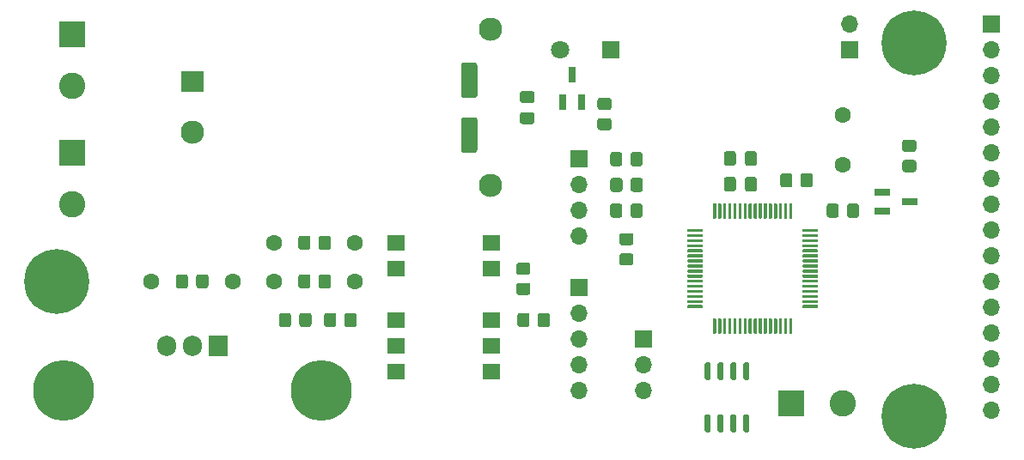
<source format=gbr>
%TF.GenerationSoftware,KiCad,Pcbnew,(5.1.9)-1*%
%TF.CreationDate,2021-12-16T02:45:32+03:00*%
%TF.ProjectId,pcb-heater,7063622d-6865-4617-9465-722e6b696361,rev?*%
%TF.SameCoordinates,Original*%
%TF.FileFunction,Soldermask,Bot*%
%TF.FilePolarity,Negative*%
%FSLAX46Y46*%
G04 Gerber Fmt 4.6, Leading zero omitted, Abs format (unit mm)*
G04 Created by KiCad (PCBNEW (5.1.9)-1) date 2021-12-16 02:45:32*
%MOMM*%
%LPD*%
G01*
G04 APERTURE LIST*
%ADD10C,0.800000*%
%ADD11C,6.400000*%
%ADD12C,1.600000*%
%ADD13C,6.000000*%
%ADD14R,1.700000X1.500000*%
%ADD15O,1.905000X2.000000*%
%ADD16R,1.905000X2.000000*%
%ADD17R,1.560000X0.800000*%
%ADD18R,0.800000X1.560000*%
%ADD19C,2.300000*%
%ADD20R,2.300000X2.000000*%
%ADD21O,1.700000X1.700000*%
%ADD22R,1.700000X1.700000*%
%ADD23C,2.600000*%
%ADD24R,2.600000X2.600000*%
%ADD25C,1.800000*%
%ADD26R,1.800000X1.800000*%
G04 APERTURE END LIST*
%TO.C,U2*%
G36*
G01*
X116990000Y-114505000D02*
X116690000Y-114505000D01*
G75*
G02*
X116540000Y-114355000I0J150000D01*
G01*
X116540000Y-112905000D01*
G75*
G02*
X116690000Y-112755000I150000J0D01*
G01*
X116990000Y-112755000D01*
G75*
G02*
X117140000Y-112905000I0J-150000D01*
G01*
X117140000Y-114355000D01*
G75*
G02*
X116990000Y-114505000I-150000J0D01*
G01*
G37*
G36*
G01*
X115720000Y-114505000D02*
X115420000Y-114505000D01*
G75*
G02*
X115270000Y-114355000I0J150000D01*
G01*
X115270000Y-112905000D01*
G75*
G02*
X115420000Y-112755000I150000J0D01*
G01*
X115720000Y-112755000D01*
G75*
G02*
X115870000Y-112905000I0J-150000D01*
G01*
X115870000Y-114355000D01*
G75*
G02*
X115720000Y-114505000I-150000J0D01*
G01*
G37*
G36*
G01*
X114450000Y-114505000D02*
X114150000Y-114505000D01*
G75*
G02*
X114000000Y-114355000I0J150000D01*
G01*
X114000000Y-112905000D01*
G75*
G02*
X114150000Y-112755000I150000J0D01*
G01*
X114450000Y-112755000D01*
G75*
G02*
X114600000Y-112905000I0J-150000D01*
G01*
X114600000Y-114355000D01*
G75*
G02*
X114450000Y-114505000I-150000J0D01*
G01*
G37*
G36*
G01*
X113180000Y-114505000D02*
X112880000Y-114505000D01*
G75*
G02*
X112730000Y-114355000I0J150000D01*
G01*
X112730000Y-112905000D01*
G75*
G02*
X112880000Y-112755000I150000J0D01*
G01*
X113180000Y-112755000D01*
G75*
G02*
X113330000Y-112905000I0J-150000D01*
G01*
X113330000Y-114355000D01*
G75*
G02*
X113180000Y-114505000I-150000J0D01*
G01*
G37*
G36*
G01*
X113180000Y-119655000D02*
X112880000Y-119655000D01*
G75*
G02*
X112730000Y-119505000I0J150000D01*
G01*
X112730000Y-118055000D01*
G75*
G02*
X112880000Y-117905000I150000J0D01*
G01*
X113180000Y-117905000D01*
G75*
G02*
X113330000Y-118055000I0J-150000D01*
G01*
X113330000Y-119505000D01*
G75*
G02*
X113180000Y-119655000I-150000J0D01*
G01*
G37*
G36*
G01*
X114450000Y-119655000D02*
X114150000Y-119655000D01*
G75*
G02*
X114000000Y-119505000I0J150000D01*
G01*
X114000000Y-118055000D01*
G75*
G02*
X114150000Y-117905000I150000J0D01*
G01*
X114450000Y-117905000D01*
G75*
G02*
X114600000Y-118055000I0J-150000D01*
G01*
X114600000Y-119505000D01*
G75*
G02*
X114450000Y-119655000I-150000J0D01*
G01*
G37*
G36*
G01*
X115720000Y-119655000D02*
X115420000Y-119655000D01*
G75*
G02*
X115270000Y-119505000I0J150000D01*
G01*
X115270000Y-118055000D01*
G75*
G02*
X115420000Y-117905000I150000J0D01*
G01*
X115720000Y-117905000D01*
G75*
G02*
X115870000Y-118055000I0J-150000D01*
G01*
X115870000Y-119505000D01*
G75*
G02*
X115720000Y-119655000I-150000J0D01*
G01*
G37*
G36*
G01*
X116990000Y-119655000D02*
X116690000Y-119655000D01*
G75*
G02*
X116540000Y-119505000I0J150000D01*
G01*
X116540000Y-118055000D01*
G75*
G02*
X116690000Y-117905000I150000J0D01*
G01*
X116990000Y-117905000D01*
G75*
G02*
X117140000Y-118055000I0J-150000D01*
G01*
X117140000Y-119505000D01*
G75*
G02*
X116990000Y-119655000I-150000J0D01*
G01*
G37*
%TD*%
D10*
%TO.C,H3*%
X135047056Y-79582944D03*
X133350000Y-78880000D03*
X131652944Y-79582944D03*
X130950000Y-81280000D03*
X131652944Y-82977056D03*
X133350000Y-83680000D03*
X135047056Y-82977056D03*
X135750000Y-81280000D03*
D11*
X133350000Y-81280000D03*
%TD*%
D10*
%TO.C,H2*%
X135047056Y-116412944D03*
X133350000Y-115710000D03*
X131652944Y-116412944D03*
X130950000Y-118110000D03*
X131652944Y-119807056D03*
X133350000Y-120510000D03*
X135047056Y-119807056D03*
X135750000Y-118110000D03*
D11*
X133350000Y-118110000D03*
%TD*%
D10*
%TO.C,H1*%
X50592056Y-103077944D03*
X48895000Y-102375000D03*
X47197944Y-103077944D03*
X46495000Y-104775000D03*
X47197944Y-106472056D03*
X48895000Y-107175000D03*
X50592056Y-106472056D03*
X51295000Y-104775000D03*
D11*
X48895000Y-104775000D03*
%TD*%
D12*
%TO.C,R16*%
X58230000Y-104775000D03*
X66230000Y-104775000D03*
G36*
G01*
X61830000Y-104324999D02*
X61830000Y-105225001D01*
G75*
G02*
X61580001Y-105475000I-249999J0D01*
G01*
X60879999Y-105475000D01*
G75*
G02*
X60630000Y-105225001I0J249999D01*
G01*
X60630000Y-104324999D01*
G75*
G02*
X60879999Y-104075000I249999J0D01*
G01*
X61580001Y-104075000D01*
G75*
G02*
X61830000Y-104324999I0J-249999D01*
G01*
G37*
G36*
G01*
X63830000Y-104324999D02*
X63830000Y-105225001D01*
G75*
G02*
X63580001Y-105475000I-249999J0D01*
G01*
X62879999Y-105475000D01*
G75*
G02*
X62630000Y-105225001I0J249999D01*
G01*
X62630000Y-104324999D01*
G75*
G02*
X62879999Y-104075000I249999J0D01*
G01*
X63580001Y-104075000D01*
G75*
G02*
X63830000Y-104324999I0J-249999D01*
G01*
G37*
%TD*%
D13*
%TO.C,HS1*%
X74930000Y-115570000D03*
X49530000Y-115570000D03*
%TD*%
D12*
%TO.C,Y1*%
X126365000Y-93255000D03*
X126365000Y-88355000D03*
%TD*%
D14*
%TO.C,U4*%
X82295000Y-113665000D03*
X91695000Y-113665000D03*
X82295000Y-108585000D03*
X82295000Y-111125000D03*
X91695000Y-111125000D03*
X91695000Y-108585000D03*
%TD*%
%TO.C,U3*%
X91695000Y-103505000D03*
X91695000Y-100965000D03*
X82295000Y-100965000D03*
X82295000Y-103505000D03*
%TD*%
%TO.C,U1*%
G36*
G01*
X111100000Y-99605000D02*
X112500000Y-99605000D01*
G75*
G02*
X112575000Y-99680000I0J-75000D01*
G01*
X112575000Y-99830000D01*
G75*
G02*
X112500000Y-99905000I-75000J0D01*
G01*
X111100000Y-99905000D01*
G75*
G02*
X111025000Y-99830000I0J75000D01*
G01*
X111025000Y-99680000D01*
G75*
G02*
X111100000Y-99605000I75000J0D01*
G01*
G37*
G36*
G01*
X111100000Y-100105000D02*
X112500000Y-100105000D01*
G75*
G02*
X112575000Y-100180000I0J-75000D01*
G01*
X112575000Y-100330000D01*
G75*
G02*
X112500000Y-100405000I-75000J0D01*
G01*
X111100000Y-100405000D01*
G75*
G02*
X111025000Y-100330000I0J75000D01*
G01*
X111025000Y-100180000D01*
G75*
G02*
X111100000Y-100105000I75000J0D01*
G01*
G37*
G36*
G01*
X111100000Y-100605000D02*
X112500000Y-100605000D01*
G75*
G02*
X112575000Y-100680000I0J-75000D01*
G01*
X112575000Y-100830000D01*
G75*
G02*
X112500000Y-100905000I-75000J0D01*
G01*
X111100000Y-100905000D01*
G75*
G02*
X111025000Y-100830000I0J75000D01*
G01*
X111025000Y-100680000D01*
G75*
G02*
X111100000Y-100605000I75000J0D01*
G01*
G37*
G36*
G01*
X111100000Y-101105000D02*
X112500000Y-101105000D01*
G75*
G02*
X112575000Y-101180000I0J-75000D01*
G01*
X112575000Y-101330000D01*
G75*
G02*
X112500000Y-101405000I-75000J0D01*
G01*
X111100000Y-101405000D01*
G75*
G02*
X111025000Y-101330000I0J75000D01*
G01*
X111025000Y-101180000D01*
G75*
G02*
X111100000Y-101105000I75000J0D01*
G01*
G37*
G36*
G01*
X111100000Y-101605000D02*
X112500000Y-101605000D01*
G75*
G02*
X112575000Y-101680000I0J-75000D01*
G01*
X112575000Y-101830000D01*
G75*
G02*
X112500000Y-101905000I-75000J0D01*
G01*
X111100000Y-101905000D01*
G75*
G02*
X111025000Y-101830000I0J75000D01*
G01*
X111025000Y-101680000D01*
G75*
G02*
X111100000Y-101605000I75000J0D01*
G01*
G37*
G36*
G01*
X111100000Y-102105000D02*
X112500000Y-102105000D01*
G75*
G02*
X112575000Y-102180000I0J-75000D01*
G01*
X112575000Y-102330000D01*
G75*
G02*
X112500000Y-102405000I-75000J0D01*
G01*
X111100000Y-102405000D01*
G75*
G02*
X111025000Y-102330000I0J75000D01*
G01*
X111025000Y-102180000D01*
G75*
G02*
X111100000Y-102105000I75000J0D01*
G01*
G37*
G36*
G01*
X111100000Y-102605000D02*
X112500000Y-102605000D01*
G75*
G02*
X112575000Y-102680000I0J-75000D01*
G01*
X112575000Y-102830000D01*
G75*
G02*
X112500000Y-102905000I-75000J0D01*
G01*
X111100000Y-102905000D01*
G75*
G02*
X111025000Y-102830000I0J75000D01*
G01*
X111025000Y-102680000D01*
G75*
G02*
X111100000Y-102605000I75000J0D01*
G01*
G37*
G36*
G01*
X111100000Y-103105000D02*
X112500000Y-103105000D01*
G75*
G02*
X112575000Y-103180000I0J-75000D01*
G01*
X112575000Y-103330000D01*
G75*
G02*
X112500000Y-103405000I-75000J0D01*
G01*
X111100000Y-103405000D01*
G75*
G02*
X111025000Y-103330000I0J75000D01*
G01*
X111025000Y-103180000D01*
G75*
G02*
X111100000Y-103105000I75000J0D01*
G01*
G37*
G36*
G01*
X111100000Y-103605000D02*
X112500000Y-103605000D01*
G75*
G02*
X112575000Y-103680000I0J-75000D01*
G01*
X112575000Y-103830000D01*
G75*
G02*
X112500000Y-103905000I-75000J0D01*
G01*
X111100000Y-103905000D01*
G75*
G02*
X111025000Y-103830000I0J75000D01*
G01*
X111025000Y-103680000D01*
G75*
G02*
X111100000Y-103605000I75000J0D01*
G01*
G37*
G36*
G01*
X111100000Y-104105000D02*
X112500000Y-104105000D01*
G75*
G02*
X112575000Y-104180000I0J-75000D01*
G01*
X112575000Y-104330000D01*
G75*
G02*
X112500000Y-104405000I-75000J0D01*
G01*
X111100000Y-104405000D01*
G75*
G02*
X111025000Y-104330000I0J75000D01*
G01*
X111025000Y-104180000D01*
G75*
G02*
X111100000Y-104105000I75000J0D01*
G01*
G37*
G36*
G01*
X111100000Y-104605000D02*
X112500000Y-104605000D01*
G75*
G02*
X112575000Y-104680000I0J-75000D01*
G01*
X112575000Y-104830000D01*
G75*
G02*
X112500000Y-104905000I-75000J0D01*
G01*
X111100000Y-104905000D01*
G75*
G02*
X111025000Y-104830000I0J75000D01*
G01*
X111025000Y-104680000D01*
G75*
G02*
X111100000Y-104605000I75000J0D01*
G01*
G37*
G36*
G01*
X111100000Y-105105000D02*
X112500000Y-105105000D01*
G75*
G02*
X112575000Y-105180000I0J-75000D01*
G01*
X112575000Y-105330000D01*
G75*
G02*
X112500000Y-105405000I-75000J0D01*
G01*
X111100000Y-105405000D01*
G75*
G02*
X111025000Y-105330000I0J75000D01*
G01*
X111025000Y-105180000D01*
G75*
G02*
X111100000Y-105105000I75000J0D01*
G01*
G37*
G36*
G01*
X111100000Y-105605000D02*
X112500000Y-105605000D01*
G75*
G02*
X112575000Y-105680000I0J-75000D01*
G01*
X112575000Y-105830000D01*
G75*
G02*
X112500000Y-105905000I-75000J0D01*
G01*
X111100000Y-105905000D01*
G75*
G02*
X111025000Y-105830000I0J75000D01*
G01*
X111025000Y-105680000D01*
G75*
G02*
X111100000Y-105605000I75000J0D01*
G01*
G37*
G36*
G01*
X111100000Y-106105000D02*
X112500000Y-106105000D01*
G75*
G02*
X112575000Y-106180000I0J-75000D01*
G01*
X112575000Y-106330000D01*
G75*
G02*
X112500000Y-106405000I-75000J0D01*
G01*
X111100000Y-106405000D01*
G75*
G02*
X111025000Y-106330000I0J75000D01*
G01*
X111025000Y-106180000D01*
G75*
G02*
X111100000Y-106105000I75000J0D01*
G01*
G37*
G36*
G01*
X111100000Y-106605000D02*
X112500000Y-106605000D01*
G75*
G02*
X112575000Y-106680000I0J-75000D01*
G01*
X112575000Y-106830000D01*
G75*
G02*
X112500000Y-106905000I-75000J0D01*
G01*
X111100000Y-106905000D01*
G75*
G02*
X111025000Y-106830000I0J75000D01*
G01*
X111025000Y-106680000D01*
G75*
G02*
X111100000Y-106605000I75000J0D01*
G01*
G37*
G36*
G01*
X111100000Y-107105000D02*
X112500000Y-107105000D01*
G75*
G02*
X112575000Y-107180000I0J-75000D01*
G01*
X112575000Y-107330000D01*
G75*
G02*
X112500000Y-107405000I-75000J0D01*
G01*
X111100000Y-107405000D01*
G75*
G02*
X111025000Y-107330000I0J75000D01*
G01*
X111025000Y-107180000D01*
G75*
G02*
X111100000Y-107105000I75000J0D01*
G01*
G37*
G36*
G01*
X113650000Y-108405000D02*
X113800000Y-108405000D01*
G75*
G02*
X113875000Y-108480000I0J-75000D01*
G01*
X113875000Y-109880000D01*
G75*
G02*
X113800000Y-109955000I-75000J0D01*
G01*
X113650000Y-109955000D01*
G75*
G02*
X113575000Y-109880000I0J75000D01*
G01*
X113575000Y-108480000D01*
G75*
G02*
X113650000Y-108405000I75000J0D01*
G01*
G37*
G36*
G01*
X114150000Y-108405000D02*
X114300000Y-108405000D01*
G75*
G02*
X114375000Y-108480000I0J-75000D01*
G01*
X114375000Y-109880000D01*
G75*
G02*
X114300000Y-109955000I-75000J0D01*
G01*
X114150000Y-109955000D01*
G75*
G02*
X114075000Y-109880000I0J75000D01*
G01*
X114075000Y-108480000D01*
G75*
G02*
X114150000Y-108405000I75000J0D01*
G01*
G37*
G36*
G01*
X114650000Y-108405000D02*
X114800000Y-108405000D01*
G75*
G02*
X114875000Y-108480000I0J-75000D01*
G01*
X114875000Y-109880000D01*
G75*
G02*
X114800000Y-109955000I-75000J0D01*
G01*
X114650000Y-109955000D01*
G75*
G02*
X114575000Y-109880000I0J75000D01*
G01*
X114575000Y-108480000D01*
G75*
G02*
X114650000Y-108405000I75000J0D01*
G01*
G37*
G36*
G01*
X115150000Y-108405000D02*
X115300000Y-108405000D01*
G75*
G02*
X115375000Y-108480000I0J-75000D01*
G01*
X115375000Y-109880000D01*
G75*
G02*
X115300000Y-109955000I-75000J0D01*
G01*
X115150000Y-109955000D01*
G75*
G02*
X115075000Y-109880000I0J75000D01*
G01*
X115075000Y-108480000D01*
G75*
G02*
X115150000Y-108405000I75000J0D01*
G01*
G37*
G36*
G01*
X115650000Y-108405000D02*
X115800000Y-108405000D01*
G75*
G02*
X115875000Y-108480000I0J-75000D01*
G01*
X115875000Y-109880000D01*
G75*
G02*
X115800000Y-109955000I-75000J0D01*
G01*
X115650000Y-109955000D01*
G75*
G02*
X115575000Y-109880000I0J75000D01*
G01*
X115575000Y-108480000D01*
G75*
G02*
X115650000Y-108405000I75000J0D01*
G01*
G37*
G36*
G01*
X116150000Y-108405000D02*
X116300000Y-108405000D01*
G75*
G02*
X116375000Y-108480000I0J-75000D01*
G01*
X116375000Y-109880000D01*
G75*
G02*
X116300000Y-109955000I-75000J0D01*
G01*
X116150000Y-109955000D01*
G75*
G02*
X116075000Y-109880000I0J75000D01*
G01*
X116075000Y-108480000D01*
G75*
G02*
X116150000Y-108405000I75000J0D01*
G01*
G37*
G36*
G01*
X116650000Y-108405000D02*
X116800000Y-108405000D01*
G75*
G02*
X116875000Y-108480000I0J-75000D01*
G01*
X116875000Y-109880000D01*
G75*
G02*
X116800000Y-109955000I-75000J0D01*
G01*
X116650000Y-109955000D01*
G75*
G02*
X116575000Y-109880000I0J75000D01*
G01*
X116575000Y-108480000D01*
G75*
G02*
X116650000Y-108405000I75000J0D01*
G01*
G37*
G36*
G01*
X117150000Y-108405000D02*
X117300000Y-108405000D01*
G75*
G02*
X117375000Y-108480000I0J-75000D01*
G01*
X117375000Y-109880000D01*
G75*
G02*
X117300000Y-109955000I-75000J0D01*
G01*
X117150000Y-109955000D01*
G75*
G02*
X117075000Y-109880000I0J75000D01*
G01*
X117075000Y-108480000D01*
G75*
G02*
X117150000Y-108405000I75000J0D01*
G01*
G37*
G36*
G01*
X117650000Y-108405000D02*
X117800000Y-108405000D01*
G75*
G02*
X117875000Y-108480000I0J-75000D01*
G01*
X117875000Y-109880000D01*
G75*
G02*
X117800000Y-109955000I-75000J0D01*
G01*
X117650000Y-109955000D01*
G75*
G02*
X117575000Y-109880000I0J75000D01*
G01*
X117575000Y-108480000D01*
G75*
G02*
X117650000Y-108405000I75000J0D01*
G01*
G37*
G36*
G01*
X118150000Y-108405000D02*
X118300000Y-108405000D01*
G75*
G02*
X118375000Y-108480000I0J-75000D01*
G01*
X118375000Y-109880000D01*
G75*
G02*
X118300000Y-109955000I-75000J0D01*
G01*
X118150000Y-109955000D01*
G75*
G02*
X118075000Y-109880000I0J75000D01*
G01*
X118075000Y-108480000D01*
G75*
G02*
X118150000Y-108405000I75000J0D01*
G01*
G37*
G36*
G01*
X118650000Y-108405000D02*
X118800000Y-108405000D01*
G75*
G02*
X118875000Y-108480000I0J-75000D01*
G01*
X118875000Y-109880000D01*
G75*
G02*
X118800000Y-109955000I-75000J0D01*
G01*
X118650000Y-109955000D01*
G75*
G02*
X118575000Y-109880000I0J75000D01*
G01*
X118575000Y-108480000D01*
G75*
G02*
X118650000Y-108405000I75000J0D01*
G01*
G37*
G36*
G01*
X119150000Y-108405000D02*
X119300000Y-108405000D01*
G75*
G02*
X119375000Y-108480000I0J-75000D01*
G01*
X119375000Y-109880000D01*
G75*
G02*
X119300000Y-109955000I-75000J0D01*
G01*
X119150000Y-109955000D01*
G75*
G02*
X119075000Y-109880000I0J75000D01*
G01*
X119075000Y-108480000D01*
G75*
G02*
X119150000Y-108405000I75000J0D01*
G01*
G37*
G36*
G01*
X119650000Y-108405000D02*
X119800000Y-108405000D01*
G75*
G02*
X119875000Y-108480000I0J-75000D01*
G01*
X119875000Y-109880000D01*
G75*
G02*
X119800000Y-109955000I-75000J0D01*
G01*
X119650000Y-109955000D01*
G75*
G02*
X119575000Y-109880000I0J75000D01*
G01*
X119575000Y-108480000D01*
G75*
G02*
X119650000Y-108405000I75000J0D01*
G01*
G37*
G36*
G01*
X120150000Y-108405000D02*
X120300000Y-108405000D01*
G75*
G02*
X120375000Y-108480000I0J-75000D01*
G01*
X120375000Y-109880000D01*
G75*
G02*
X120300000Y-109955000I-75000J0D01*
G01*
X120150000Y-109955000D01*
G75*
G02*
X120075000Y-109880000I0J75000D01*
G01*
X120075000Y-108480000D01*
G75*
G02*
X120150000Y-108405000I75000J0D01*
G01*
G37*
G36*
G01*
X120650000Y-108405000D02*
X120800000Y-108405000D01*
G75*
G02*
X120875000Y-108480000I0J-75000D01*
G01*
X120875000Y-109880000D01*
G75*
G02*
X120800000Y-109955000I-75000J0D01*
G01*
X120650000Y-109955000D01*
G75*
G02*
X120575000Y-109880000I0J75000D01*
G01*
X120575000Y-108480000D01*
G75*
G02*
X120650000Y-108405000I75000J0D01*
G01*
G37*
G36*
G01*
X121150000Y-108405000D02*
X121300000Y-108405000D01*
G75*
G02*
X121375000Y-108480000I0J-75000D01*
G01*
X121375000Y-109880000D01*
G75*
G02*
X121300000Y-109955000I-75000J0D01*
G01*
X121150000Y-109955000D01*
G75*
G02*
X121075000Y-109880000I0J75000D01*
G01*
X121075000Y-108480000D01*
G75*
G02*
X121150000Y-108405000I75000J0D01*
G01*
G37*
G36*
G01*
X122450000Y-107105000D02*
X123850000Y-107105000D01*
G75*
G02*
X123925000Y-107180000I0J-75000D01*
G01*
X123925000Y-107330000D01*
G75*
G02*
X123850000Y-107405000I-75000J0D01*
G01*
X122450000Y-107405000D01*
G75*
G02*
X122375000Y-107330000I0J75000D01*
G01*
X122375000Y-107180000D01*
G75*
G02*
X122450000Y-107105000I75000J0D01*
G01*
G37*
G36*
G01*
X122450000Y-106605000D02*
X123850000Y-106605000D01*
G75*
G02*
X123925000Y-106680000I0J-75000D01*
G01*
X123925000Y-106830000D01*
G75*
G02*
X123850000Y-106905000I-75000J0D01*
G01*
X122450000Y-106905000D01*
G75*
G02*
X122375000Y-106830000I0J75000D01*
G01*
X122375000Y-106680000D01*
G75*
G02*
X122450000Y-106605000I75000J0D01*
G01*
G37*
G36*
G01*
X122450000Y-106105000D02*
X123850000Y-106105000D01*
G75*
G02*
X123925000Y-106180000I0J-75000D01*
G01*
X123925000Y-106330000D01*
G75*
G02*
X123850000Y-106405000I-75000J0D01*
G01*
X122450000Y-106405000D01*
G75*
G02*
X122375000Y-106330000I0J75000D01*
G01*
X122375000Y-106180000D01*
G75*
G02*
X122450000Y-106105000I75000J0D01*
G01*
G37*
G36*
G01*
X122450000Y-105605000D02*
X123850000Y-105605000D01*
G75*
G02*
X123925000Y-105680000I0J-75000D01*
G01*
X123925000Y-105830000D01*
G75*
G02*
X123850000Y-105905000I-75000J0D01*
G01*
X122450000Y-105905000D01*
G75*
G02*
X122375000Y-105830000I0J75000D01*
G01*
X122375000Y-105680000D01*
G75*
G02*
X122450000Y-105605000I75000J0D01*
G01*
G37*
G36*
G01*
X122450000Y-105105000D02*
X123850000Y-105105000D01*
G75*
G02*
X123925000Y-105180000I0J-75000D01*
G01*
X123925000Y-105330000D01*
G75*
G02*
X123850000Y-105405000I-75000J0D01*
G01*
X122450000Y-105405000D01*
G75*
G02*
X122375000Y-105330000I0J75000D01*
G01*
X122375000Y-105180000D01*
G75*
G02*
X122450000Y-105105000I75000J0D01*
G01*
G37*
G36*
G01*
X122450000Y-104605000D02*
X123850000Y-104605000D01*
G75*
G02*
X123925000Y-104680000I0J-75000D01*
G01*
X123925000Y-104830000D01*
G75*
G02*
X123850000Y-104905000I-75000J0D01*
G01*
X122450000Y-104905000D01*
G75*
G02*
X122375000Y-104830000I0J75000D01*
G01*
X122375000Y-104680000D01*
G75*
G02*
X122450000Y-104605000I75000J0D01*
G01*
G37*
G36*
G01*
X122450000Y-104105000D02*
X123850000Y-104105000D01*
G75*
G02*
X123925000Y-104180000I0J-75000D01*
G01*
X123925000Y-104330000D01*
G75*
G02*
X123850000Y-104405000I-75000J0D01*
G01*
X122450000Y-104405000D01*
G75*
G02*
X122375000Y-104330000I0J75000D01*
G01*
X122375000Y-104180000D01*
G75*
G02*
X122450000Y-104105000I75000J0D01*
G01*
G37*
G36*
G01*
X122450000Y-103605000D02*
X123850000Y-103605000D01*
G75*
G02*
X123925000Y-103680000I0J-75000D01*
G01*
X123925000Y-103830000D01*
G75*
G02*
X123850000Y-103905000I-75000J0D01*
G01*
X122450000Y-103905000D01*
G75*
G02*
X122375000Y-103830000I0J75000D01*
G01*
X122375000Y-103680000D01*
G75*
G02*
X122450000Y-103605000I75000J0D01*
G01*
G37*
G36*
G01*
X122450000Y-103105000D02*
X123850000Y-103105000D01*
G75*
G02*
X123925000Y-103180000I0J-75000D01*
G01*
X123925000Y-103330000D01*
G75*
G02*
X123850000Y-103405000I-75000J0D01*
G01*
X122450000Y-103405000D01*
G75*
G02*
X122375000Y-103330000I0J75000D01*
G01*
X122375000Y-103180000D01*
G75*
G02*
X122450000Y-103105000I75000J0D01*
G01*
G37*
G36*
G01*
X122450000Y-102605000D02*
X123850000Y-102605000D01*
G75*
G02*
X123925000Y-102680000I0J-75000D01*
G01*
X123925000Y-102830000D01*
G75*
G02*
X123850000Y-102905000I-75000J0D01*
G01*
X122450000Y-102905000D01*
G75*
G02*
X122375000Y-102830000I0J75000D01*
G01*
X122375000Y-102680000D01*
G75*
G02*
X122450000Y-102605000I75000J0D01*
G01*
G37*
G36*
G01*
X122450000Y-102105000D02*
X123850000Y-102105000D01*
G75*
G02*
X123925000Y-102180000I0J-75000D01*
G01*
X123925000Y-102330000D01*
G75*
G02*
X123850000Y-102405000I-75000J0D01*
G01*
X122450000Y-102405000D01*
G75*
G02*
X122375000Y-102330000I0J75000D01*
G01*
X122375000Y-102180000D01*
G75*
G02*
X122450000Y-102105000I75000J0D01*
G01*
G37*
G36*
G01*
X122450000Y-101605000D02*
X123850000Y-101605000D01*
G75*
G02*
X123925000Y-101680000I0J-75000D01*
G01*
X123925000Y-101830000D01*
G75*
G02*
X123850000Y-101905000I-75000J0D01*
G01*
X122450000Y-101905000D01*
G75*
G02*
X122375000Y-101830000I0J75000D01*
G01*
X122375000Y-101680000D01*
G75*
G02*
X122450000Y-101605000I75000J0D01*
G01*
G37*
G36*
G01*
X122450000Y-101105000D02*
X123850000Y-101105000D01*
G75*
G02*
X123925000Y-101180000I0J-75000D01*
G01*
X123925000Y-101330000D01*
G75*
G02*
X123850000Y-101405000I-75000J0D01*
G01*
X122450000Y-101405000D01*
G75*
G02*
X122375000Y-101330000I0J75000D01*
G01*
X122375000Y-101180000D01*
G75*
G02*
X122450000Y-101105000I75000J0D01*
G01*
G37*
G36*
G01*
X122450000Y-100605000D02*
X123850000Y-100605000D01*
G75*
G02*
X123925000Y-100680000I0J-75000D01*
G01*
X123925000Y-100830000D01*
G75*
G02*
X123850000Y-100905000I-75000J0D01*
G01*
X122450000Y-100905000D01*
G75*
G02*
X122375000Y-100830000I0J75000D01*
G01*
X122375000Y-100680000D01*
G75*
G02*
X122450000Y-100605000I75000J0D01*
G01*
G37*
G36*
G01*
X122450000Y-100105000D02*
X123850000Y-100105000D01*
G75*
G02*
X123925000Y-100180000I0J-75000D01*
G01*
X123925000Y-100330000D01*
G75*
G02*
X123850000Y-100405000I-75000J0D01*
G01*
X122450000Y-100405000D01*
G75*
G02*
X122375000Y-100330000I0J75000D01*
G01*
X122375000Y-100180000D01*
G75*
G02*
X122450000Y-100105000I75000J0D01*
G01*
G37*
G36*
G01*
X122450000Y-99605000D02*
X123850000Y-99605000D01*
G75*
G02*
X123925000Y-99680000I0J-75000D01*
G01*
X123925000Y-99830000D01*
G75*
G02*
X123850000Y-99905000I-75000J0D01*
G01*
X122450000Y-99905000D01*
G75*
G02*
X122375000Y-99830000I0J75000D01*
G01*
X122375000Y-99680000D01*
G75*
G02*
X122450000Y-99605000I75000J0D01*
G01*
G37*
G36*
G01*
X121150000Y-97055000D02*
X121300000Y-97055000D01*
G75*
G02*
X121375000Y-97130000I0J-75000D01*
G01*
X121375000Y-98530000D01*
G75*
G02*
X121300000Y-98605000I-75000J0D01*
G01*
X121150000Y-98605000D01*
G75*
G02*
X121075000Y-98530000I0J75000D01*
G01*
X121075000Y-97130000D01*
G75*
G02*
X121150000Y-97055000I75000J0D01*
G01*
G37*
G36*
G01*
X120650000Y-97055000D02*
X120800000Y-97055000D01*
G75*
G02*
X120875000Y-97130000I0J-75000D01*
G01*
X120875000Y-98530000D01*
G75*
G02*
X120800000Y-98605000I-75000J0D01*
G01*
X120650000Y-98605000D01*
G75*
G02*
X120575000Y-98530000I0J75000D01*
G01*
X120575000Y-97130000D01*
G75*
G02*
X120650000Y-97055000I75000J0D01*
G01*
G37*
G36*
G01*
X120150000Y-97055000D02*
X120300000Y-97055000D01*
G75*
G02*
X120375000Y-97130000I0J-75000D01*
G01*
X120375000Y-98530000D01*
G75*
G02*
X120300000Y-98605000I-75000J0D01*
G01*
X120150000Y-98605000D01*
G75*
G02*
X120075000Y-98530000I0J75000D01*
G01*
X120075000Y-97130000D01*
G75*
G02*
X120150000Y-97055000I75000J0D01*
G01*
G37*
G36*
G01*
X119650000Y-97055000D02*
X119800000Y-97055000D01*
G75*
G02*
X119875000Y-97130000I0J-75000D01*
G01*
X119875000Y-98530000D01*
G75*
G02*
X119800000Y-98605000I-75000J0D01*
G01*
X119650000Y-98605000D01*
G75*
G02*
X119575000Y-98530000I0J75000D01*
G01*
X119575000Y-97130000D01*
G75*
G02*
X119650000Y-97055000I75000J0D01*
G01*
G37*
G36*
G01*
X119150000Y-97055000D02*
X119300000Y-97055000D01*
G75*
G02*
X119375000Y-97130000I0J-75000D01*
G01*
X119375000Y-98530000D01*
G75*
G02*
X119300000Y-98605000I-75000J0D01*
G01*
X119150000Y-98605000D01*
G75*
G02*
X119075000Y-98530000I0J75000D01*
G01*
X119075000Y-97130000D01*
G75*
G02*
X119150000Y-97055000I75000J0D01*
G01*
G37*
G36*
G01*
X118650000Y-97055000D02*
X118800000Y-97055000D01*
G75*
G02*
X118875000Y-97130000I0J-75000D01*
G01*
X118875000Y-98530000D01*
G75*
G02*
X118800000Y-98605000I-75000J0D01*
G01*
X118650000Y-98605000D01*
G75*
G02*
X118575000Y-98530000I0J75000D01*
G01*
X118575000Y-97130000D01*
G75*
G02*
X118650000Y-97055000I75000J0D01*
G01*
G37*
G36*
G01*
X118150000Y-97055000D02*
X118300000Y-97055000D01*
G75*
G02*
X118375000Y-97130000I0J-75000D01*
G01*
X118375000Y-98530000D01*
G75*
G02*
X118300000Y-98605000I-75000J0D01*
G01*
X118150000Y-98605000D01*
G75*
G02*
X118075000Y-98530000I0J75000D01*
G01*
X118075000Y-97130000D01*
G75*
G02*
X118150000Y-97055000I75000J0D01*
G01*
G37*
G36*
G01*
X117650000Y-97055000D02*
X117800000Y-97055000D01*
G75*
G02*
X117875000Y-97130000I0J-75000D01*
G01*
X117875000Y-98530000D01*
G75*
G02*
X117800000Y-98605000I-75000J0D01*
G01*
X117650000Y-98605000D01*
G75*
G02*
X117575000Y-98530000I0J75000D01*
G01*
X117575000Y-97130000D01*
G75*
G02*
X117650000Y-97055000I75000J0D01*
G01*
G37*
G36*
G01*
X117150000Y-97055000D02*
X117300000Y-97055000D01*
G75*
G02*
X117375000Y-97130000I0J-75000D01*
G01*
X117375000Y-98530000D01*
G75*
G02*
X117300000Y-98605000I-75000J0D01*
G01*
X117150000Y-98605000D01*
G75*
G02*
X117075000Y-98530000I0J75000D01*
G01*
X117075000Y-97130000D01*
G75*
G02*
X117150000Y-97055000I75000J0D01*
G01*
G37*
G36*
G01*
X116650000Y-97055000D02*
X116800000Y-97055000D01*
G75*
G02*
X116875000Y-97130000I0J-75000D01*
G01*
X116875000Y-98530000D01*
G75*
G02*
X116800000Y-98605000I-75000J0D01*
G01*
X116650000Y-98605000D01*
G75*
G02*
X116575000Y-98530000I0J75000D01*
G01*
X116575000Y-97130000D01*
G75*
G02*
X116650000Y-97055000I75000J0D01*
G01*
G37*
G36*
G01*
X116150000Y-97055000D02*
X116300000Y-97055000D01*
G75*
G02*
X116375000Y-97130000I0J-75000D01*
G01*
X116375000Y-98530000D01*
G75*
G02*
X116300000Y-98605000I-75000J0D01*
G01*
X116150000Y-98605000D01*
G75*
G02*
X116075000Y-98530000I0J75000D01*
G01*
X116075000Y-97130000D01*
G75*
G02*
X116150000Y-97055000I75000J0D01*
G01*
G37*
G36*
G01*
X115650000Y-97055000D02*
X115800000Y-97055000D01*
G75*
G02*
X115875000Y-97130000I0J-75000D01*
G01*
X115875000Y-98530000D01*
G75*
G02*
X115800000Y-98605000I-75000J0D01*
G01*
X115650000Y-98605000D01*
G75*
G02*
X115575000Y-98530000I0J75000D01*
G01*
X115575000Y-97130000D01*
G75*
G02*
X115650000Y-97055000I75000J0D01*
G01*
G37*
G36*
G01*
X115150000Y-97055000D02*
X115300000Y-97055000D01*
G75*
G02*
X115375000Y-97130000I0J-75000D01*
G01*
X115375000Y-98530000D01*
G75*
G02*
X115300000Y-98605000I-75000J0D01*
G01*
X115150000Y-98605000D01*
G75*
G02*
X115075000Y-98530000I0J75000D01*
G01*
X115075000Y-97130000D01*
G75*
G02*
X115150000Y-97055000I75000J0D01*
G01*
G37*
G36*
G01*
X114650000Y-97055000D02*
X114800000Y-97055000D01*
G75*
G02*
X114875000Y-97130000I0J-75000D01*
G01*
X114875000Y-98530000D01*
G75*
G02*
X114800000Y-98605000I-75000J0D01*
G01*
X114650000Y-98605000D01*
G75*
G02*
X114575000Y-98530000I0J75000D01*
G01*
X114575000Y-97130000D01*
G75*
G02*
X114650000Y-97055000I75000J0D01*
G01*
G37*
G36*
G01*
X114150000Y-97055000D02*
X114300000Y-97055000D01*
G75*
G02*
X114375000Y-97130000I0J-75000D01*
G01*
X114375000Y-98530000D01*
G75*
G02*
X114300000Y-98605000I-75000J0D01*
G01*
X114150000Y-98605000D01*
G75*
G02*
X114075000Y-98530000I0J75000D01*
G01*
X114075000Y-97130000D01*
G75*
G02*
X114150000Y-97055000I75000J0D01*
G01*
G37*
G36*
G01*
X113650000Y-97055000D02*
X113800000Y-97055000D01*
G75*
G02*
X113875000Y-97130000I0J-75000D01*
G01*
X113875000Y-98530000D01*
G75*
G02*
X113800000Y-98605000I-75000J0D01*
G01*
X113650000Y-98605000D01*
G75*
G02*
X113575000Y-98530000I0J75000D01*
G01*
X113575000Y-97130000D01*
G75*
G02*
X113650000Y-97055000I75000J0D01*
G01*
G37*
%TD*%
%TO.C,R15*%
G36*
G01*
X72790000Y-109035001D02*
X72790000Y-108134999D01*
G75*
G02*
X73039999Y-107885000I249999J0D01*
G01*
X73740001Y-107885000D01*
G75*
G02*
X73990000Y-108134999I0J-249999D01*
G01*
X73990000Y-109035001D01*
G75*
G02*
X73740001Y-109285000I-249999J0D01*
G01*
X73039999Y-109285000D01*
G75*
G02*
X72790000Y-109035001I0J249999D01*
G01*
G37*
G36*
G01*
X70790000Y-109035001D02*
X70790000Y-108134999D01*
G75*
G02*
X71039999Y-107885000I249999J0D01*
G01*
X71740001Y-107885000D01*
G75*
G02*
X71990000Y-108134999I0J-249999D01*
G01*
X71990000Y-109035001D01*
G75*
G02*
X71740001Y-109285000I-249999J0D01*
G01*
X71039999Y-109285000D01*
G75*
G02*
X70790000Y-109035001I0J249999D01*
G01*
G37*
%TD*%
%TO.C,R14*%
G36*
G01*
X95319001Y-104121000D02*
X94418999Y-104121000D01*
G75*
G02*
X94169000Y-103871001I0J249999D01*
G01*
X94169000Y-103170999D01*
G75*
G02*
X94418999Y-102921000I249999J0D01*
G01*
X95319001Y-102921000D01*
G75*
G02*
X95569000Y-103170999I0J-249999D01*
G01*
X95569000Y-103871001D01*
G75*
G02*
X95319001Y-104121000I-249999J0D01*
G01*
G37*
G36*
G01*
X95319001Y-106121000D02*
X94418999Y-106121000D01*
G75*
G02*
X94169000Y-105871001I0J249999D01*
G01*
X94169000Y-105170999D01*
G75*
G02*
X94418999Y-104921000I249999J0D01*
G01*
X95319001Y-104921000D01*
G75*
G02*
X95569000Y-105170999I0J-249999D01*
G01*
X95569000Y-105871001D01*
G75*
G02*
X95319001Y-106121000I-249999J0D01*
G01*
G37*
%TD*%
%TO.C,R13*%
G36*
G01*
X77235000Y-109035001D02*
X77235000Y-108134999D01*
G75*
G02*
X77484999Y-107885000I249999J0D01*
G01*
X78185001Y-107885000D01*
G75*
G02*
X78435000Y-108134999I0J-249999D01*
G01*
X78435000Y-109035001D01*
G75*
G02*
X78185001Y-109285000I-249999J0D01*
G01*
X77484999Y-109285000D01*
G75*
G02*
X77235000Y-109035001I0J249999D01*
G01*
G37*
G36*
G01*
X75235000Y-109035001D02*
X75235000Y-108134999D01*
G75*
G02*
X75484999Y-107885000I249999J0D01*
G01*
X76185001Y-107885000D01*
G75*
G02*
X76435000Y-108134999I0J-249999D01*
G01*
X76435000Y-109035001D01*
G75*
G02*
X76185001Y-109285000I-249999J0D01*
G01*
X75484999Y-109285000D01*
G75*
G02*
X75235000Y-109035001I0J249999D01*
G01*
G37*
%TD*%
%TO.C,R12*%
G36*
G01*
X105423000Y-98240001D02*
X105423000Y-97339999D01*
G75*
G02*
X105672999Y-97090000I249999J0D01*
G01*
X106373001Y-97090000D01*
G75*
G02*
X106623000Y-97339999I0J-249999D01*
G01*
X106623000Y-98240001D01*
G75*
G02*
X106373001Y-98490000I-249999J0D01*
G01*
X105672999Y-98490000D01*
G75*
G02*
X105423000Y-98240001I0J249999D01*
G01*
G37*
G36*
G01*
X103423000Y-98240001D02*
X103423000Y-97339999D01*
G75*
G02*
X103672999Y-97090000I249999J0D01*
G01*
X104373001Y-97090000D01*
G75*
G02*
X104623000Y-97339999I0J-249999D01*
G01*
X104623000Y-98240001D01*
G75*
G02*
X104373001Y-98490000I-249999J0D01*
G01*
X103672999Y-98490000D01*
G75*
G02*
X103423000Y-98240001I0J249999D01*
G01*
G37*
%TD*%
%TO.C,R11*%
G36*
G01*
X105445000Y-95700001D02*
X105445000Y-94799999D01*
G75*
G02*
X105694999Y-94550000I249999J0D01*
G01*
X106395001Y-94550000D01*
G75*
G02*
X106645000Y-94799999I0J-249999D01*
G01*
X106645000Y-95700001D01*
G75*
G02*
X106395001Y-95950000I-249999J0D01*
G01*
X105694999Y-95950000D01*
G75*
G02*
X105445000Y-95700001I0J249999D01*
G01*
G37*
G36*
G01*
X103445000Y-95700001D02*
X103445000Y-94799999D01*
G75*
G02*
X103694999Y-94550000I249999J0D01*
G01*
X104395001Y-94550000D01*
G75*
G02*
X104645000Y-94799999I0J-249999D01*
G01*
X104645000Y-95700001D01*
G75*
G02*
X104395001Y-95950000I-249999J0D01*
G01*
X103694999Y-95950000D01*
G75*
G02*
X103445000Y-95700001I0J249999D01*
G01*
G37*
%TD*%
%TO.C,R10*%
G36*
G01*
X105479001Y-101200000D02*
X104578999Y-101200000D01*
G75*
G02*
X104329000Y-100950001I0J249999D01*
G01*
X104329000Y-100249999D01*
G75*
G02*
X104578999Y-100000000I249999J0D01*
G01*
X105479001Y-100000000D01*
G75*
G02*
X105729000Y-100249999I0J-249999D01*
G01*
X105729000Y-100950001D01*
G75*
G02*
X105479001Y-101200000I-249999J0D01*
G01*
G37*
G36*
G01*
X105479001Y-103200000D02*
X104578999Y-103200000D01*
G75*
G02*
X104329000Y-102950001I0J249999D01*
G01*
X104329000Y-102249999D01*
G75*
G02*
X104578999Y-102000000I249999J0D01*
G01*
X105479001Y-102000000D01*
G75*
G02*
X105729000Y-102249999I0J-249999D01*
G01*
X105729000Y-102950001D01*
G75*
G02*
X105479001Y-103200000I-249999J0D01*
G01*
G37*
%TD*%
%TO.C,R9*%
G36*
G01*
X105429000Y-93160001D02*
X105429000Y-92259999D01*
G75*
G02*
X105678999Y-92010000I249999J0D01*
G01*
X106379001Y-92010000D01*
G75*
G02*
X106629000Y-92259999I0J-249999D01*
G01*
X106629000Y-93160001D01*
G75*
G02*
X106379001Y-93410000I-249999J0D01*
G01*
X105678999Y-93410000D01*
G75*
G02*
X105429000Y-93160001I0J249999D01*
G01*
G37*
G36*
G01*
X103429000Y-93160001D02*
X103429000Y-92259999D01*
G75*
G02*
X103678999Y-92010000I249999J0D01*
G01*
X104379001Y-92010000D01*
G75*
G02*
X104629000Y-92259999I0J-249999D01*
G01*
X104629000Y-93160001D01*
G75*
G02*
X104379001Y-93410000I-249999J0D01*
G01*
X103678999Y-93410000D01*
G75*
G02*
X103429000Y-93160001I0J249999D01*
G01*
G37*
%TD*%
%TO.C,R8*%
G36*
G01*
X96285000Y-109035001D02*
X96285000Y-108134999D01*
G75*
G02*
X96534999Y-107885000I249999J0D01*
G01*
X97235001Y-107885000D01*
G75*
G02*
X97485000Y-108134999I0J-249999D01*
G01*
X97485000Y-109035001D01*
G75*
G02*
X97235001Y-109285000I-249999J0D01*
G01*
X96534999Y-109285000D01*
G75*
G02*
X96285000Y-109035001I0J249999D01*
G01*
G37*
G36*
G01*
X94285000Y-109035001D02*
X94285000Y-108134999D01*
G75*
G02*
X94534999Y-107885000I249999J0D01*
G01*
X95235001Y-107885000D01*
G75*
G02*
X95485000Y-108134999I0J-249999D01*
G01*
X95485000Y-109035001D01*
G75*
G02*
X95235001Y-109285000I-249999J0D01*
G01*
X94534999Y-109285000D01*
G75*
G02*
X94285000Y-109035001I0J249999D01*
G01*
G37*
%TD*%
D12*
%TO.C,R7*%
X70295000Y-100965000D03*
X78295000Y-100965000D03*
G36*
G01*
X73895000Y-100514999D02*
X73895000Y-101415001D01*
G75*
G02*
X73645001Y-101665000I-249999J0D01*
G01*
X72944999Y-101665000D01*
G75*
G02*
X72695000Y-101415001I0J249999D01*
G01*
X72695000Y-100514999D01*
G75*
G02*
X72944999Y-100265000I249999J0D01*
G01*
X73645001Y-100265000D01*
G75*
G02*
X73895000Y-100514999I0J-249999D01*
G01*
G37*
G36*
G01*
X75895000Y-100514999D02*
X75895000Y-101415001D01*
G75*
G02*
X75645001Y-101665000I-249999J0D01*
G01*
X74944999Y-101665000D01*
G75*
G02*
X74695000Y-101415001I0J249999D01*
G01*
X74695000Y-100514999D01*
G75*
G02*
X74944999Y-100265000I249999J0D01*
G01*
X75645001Y-100265000D01*
G75*
G02*
X75895000Y-100514999I0J-249999D01*
G01*
G37*
%TD*%
%TO.C,R6*%
X70295000Y-104775000D03*
X78295000Y-104775000D03*
G36*
G01*
X73895000Y-104324999D02*
X73895000Y-105225001D01*
G75*
G02*
X73645001Y-105475000I-249999J0D01*
G01*
X72944999Y-105475000D01*
G75*
G02*
X72695000Y-105225001I0J249999D01*
G01*
X72695000Y-104324999D01*
G75*
G02*
X72944999Y-104075000I249999J0D01*
G01*
X73645001Y-104075000D01*
G75*
G02*
X73895000Y-104324999I0J-249999D01*
G01*
G37*
G36*
G01*
X75895000Y-104324999D02*
X75895000Y-105225001D01*
G75*
G02*
X75645001Y-105475000I-249999J0D01*
G01*
X74944999Y-105475000D01*
G75*
G02*
X74695000Y-105225001I0J249999D01*
G01*
X74695000Y-104324999D01*
G75*
G02*
X74944999Y-104075000I249999J0D01*
G01*
X75645001Y-104075000D01*
G75*
G02*
X75895000Y-104324999I0J-249999D01*
G01*
G37*
%TD*%
%TO.C,R5*%
G36*
G01*
X122193000Y-95255501D02*
X122193000Y-94355499D01*
G75*
G02*
X122442999Y-94105500I249999J0D01*
G01*
X123143001Y-94105500D01*
G75*
G02*
X123393000Y-94355499I0J-249999D01*
G01*
X123393000Y-95255501D01*
G75*
G02*
X123143001Y-95505500I-249999J0D01*
G01*
X122442999Y-95505500D01*
G75*
G02*
X122193000Y-95255501I0J249999D01*
G01*
G37*
G36*
G01*
X120193000Y-95255501D02*
X120193000Y-94355499D01*
G75*
G02*
X120442999Y-94105500I249999J0D01*
G01*
X121143001Y-94105500D01*
G75*
G02*
X121393000Y-94355499I0J-249999D01*
G01*
X121393000Y-95255501D01*
G75*
G02*
X121143001Y-95505500I-249999J0D01*
G01*
X120442999Y-95505500D01*
G75*
G02*
X120193000Y-95255501I0J249999D01*
G01*
G37*
%TD*%
%TO.C,R4*%
G36*
G01*
X132455499Y-92792500D02*
X133355501Y-92792500D01*
G75*
G02*
X133605500Y-93042499I0J-249999D01*
G01*
X133605500Y-93742501D01*
G75*
G02*
X133355501Y-93992500I-249999J0D01*
G01*
X132455499Y-93992500D01*
G75*
G02*
X132205500Y-93742501I0J249999D01*
G01*
X132205500Y-93042499D01*
G75*
G02*
X132455499Y-92792500I249999J0D01*
G01*
G37*
G36*
G01*
X132455499Y-90792500D02*
X133355501Y-90792500D01*
G75*
G02*
X133605500Y-91042499I0J-249999D01*
G01*
X133605500Y-91742501D01*
G75*
G02*
X133355501Y-91992500I-249999J0D01*
G01*
X132455499Y-91992500D01*
G75*
G02*
X132205500Y-91742501I0J249999D01*
G01*
X132205500Y-91042499D01*
G75*
G02*
X132455499Y-90792500I249999J0D01*
G01*
G37*
%TD*%
%TO.C,R3*%
G36*
G01*
X125965000Y-97339999D02*
X125965000Y-98240001D01*
G75*
G02*
X125715001Y-98490000I-249999J0D01*
G01*
X125014999Y-98490000D01*
G75*
G02*
X124765000Y-98240001I0J249999D01*
G01*
X124765000Y-97339999D01*
G75*
G02*
X125014999Y-97090000I249999J0D01*
G01*
X125715001Y-97090000D01*
G75*
G02*
X125965000Y-97339999I0J-249999D01*
G01*
G37*
G36*
G01*
X127965000Y-97339999D02*
X127965000Y-98240001D01*
G75*
G02*
X127715001Y-98490000I-249999J0D01*
G01*
X127014999Y-98490000D01*
G75*
G02*
X126765000Y-98240001I0J249999D01*
G01*
X126765000Y-97339999D01*
G75*
G02*
X127014999Y-97090000I249999J0D01*
G01*
X127715001Y-97090000D01*
G75*
G02*
X127965000Y-97339999I0J-249999D01*
G01*
G37*
%TD*%
%TO.C,R1*%
G36*
G01*
X102419999Y-88665000D02*
X103320001Y-88665000D01*
G75*
G02*
X103570000Y-88914999I0J-249999D01*
G01*
X103570000Y-89615001D01*
G75*
G02*
X103320001Y-89865000I-249999J0D01*
G01*
X102419999Y-89865000D01*
G75*
G02*
X102170000Y-89615001I0J249999D01*
G01*
X102170000Y-88914999D01*
G75*
G02*
X102419999Y-88665000I249999J0D01*
G01*
G37*
G36*
G01*
X102419999Y-86665000D02*
X103320001Y-86665000D01*
G75*
G02*
X103570000Y-86914999I0J-249999D01*
G01*
X103570000Y-87615001D01*
G75*
G02*
X103320001Y-87865000I-249999J0D01*
G01*
X102419999Y-87865000D01*
G75*
G02*
X102170000Y-87615001I0J249999D01*
G01*
X102170000Y-86914999D01*
G75*
G02*
X102419999Y-86665000I249999J0D01*
G01*
G37*
%TD*%
D15*
%TO.C,Q3*%
X59690000Y-111125000D03*
X62230000Y-111125000D03*
D16*
X64770000Y-111125000D03*
%TD*%
D17*
%TO.C,Q2*%
X130222000Y-97851000D03*
X130222000Y-95951000D03*
X132922000Y-96901000D03*
%TD*%
D18*
%TO.C,Q1*%
X100645000Y-87075000D03*
X98745000Y-87075000D03*
X99695000Y-84375000D03*
%TD*%
D19*
%TO.C,PS1*%
X91630000Y-95290000D03*
X62230000Y-90090000D03*
D20*
X62230000Y-85090000D03*
D19*
X91630000Y-79890000D03*
%TD*%
D21*
%TO.C,J8*%
X100330000Y-100330000D03*
X100330000Y-97790000D03*
X100330000Y-95250000D03*
D22*
X100330000Y-92710000D03*
%TD*%
D21*
%TO.C,J7*%
X100330000Y-115570000D03*
X100330000Y-113030000D03*
X100330000Y-110490000D03*
X100330000Y-107950000D03*
D22*
X100330000Y-105410000D03*
%TD*%
D23*
%TO.C,J6*%
X126365000Y-116840000D03*
D24*
X121285000Y-116840000D03*
%TD*%
D23*
%TO.C,J5*%
X50419000Y-97155000D03*
D24*
X50419000Y-92075000D03*
%TD*%
D23*
%TO.C,J4*%
X50419000Y-85471000D03*
D24*
X50419000Y-80391000D03*
%TD*%
D21*
%TO.C,J3*%
X106680000Y-115570000D03*
X106680000Y-113030000D03*
D22*
X106680000Y-110490000D03*
%TD*%
D21*
%TO.C,J2*%
X140970000Y-117475000D03*
X140970000Y-114935000D03*
X140970000Y-112395000D03*
X140970000Y-109855000D03*
X140970000Y-107315000D03*
X140970000Y-104775000D03*
X140970000Y-102235000D03*
X140970000Y-99695000D03*
X140970000Y-97155000D03*
X140970000Y-94615000D03*
X140970000Y-92075000D03*
X140970000Y-89535000D03*
X140970000Y-86995000D03*
X140970000Y-84455000D03*
X140970000Y-81915000D03*
D22*
X140970000Y-79375000D03*
%TD*%
D21*
%TO.C,J1*%
X127000000Y-79375000D03*
D22*
X127000000Y-81915000D03*
%TD*%
%TO.C,C7*%
G36*
G01*
X95725000Y-87180000D02*
X94775000Y-87180000D01*
G75*
G02*
X94525000Y-86930000I0J250000D01*
G01*
X94525000Y-86255000D01*
G75*
G02*
X94775000Y-86005000I250000J0D01*
G01*
X95725000Y-86005000D01*
G75*
G02*
X95975000Y-86255000I0J-250000D01*
G01*
X95975000Y-86930000D01*
G75*
G02*
X95725000Y-87180000I-250000J0D01*
G01*
G37*
G36*
G01*
X95725000Y-89255000D02*
X94775000Y-89255000D01*
G75*
G02*
X94525000Y-89005000I0J250000D01*
G01*
X94525000Y-88330000D01*
G75*
G02*
X94775000Y-88080000I250000J0D01*
G01*
X95725000Y-88080000D01*
G75*
G02*
X95975000Y-88330000I0J-250000D01*
G01*
X95975000Y-89005000D01*
G75*
G02*
X95725000Y-89255000I-250000J0D01*
G01*
G37*
%TD*%
%TO.C,C6*%
G36*
G01*
X90085000Y-86680000D02*
X88985000Y-86680000D01*
G75*
G02*
X88735000Y-86430000I0J250000D01*
G01*
X88735000Y-83430000D01*
G75*
G02*
X88985000Y-83180000I250000J0D01*
G01*
X90085000Y-83180000D01*
G75*
G02*
X90335000Y-83430000I0J-250000D01*
G01*
X90335000Y-86430000D01*
G75*
G02*
X90085000Y-86680000I-250000J0D01*
G01*
G37*
G36*
G01*
X90085000Y-92080000D02*
X88985000Y-92080000D01*
G75*
G02*
X88735000Y-91830000I0J250000D01*
G01*
X88735000Y-88830000D01*
G75*
G02*
X88985000Y-88580000I250000J0D01*
G01*
X90085000Y-88580000D01*
G75*
G02*
X90335000Y-88830000I0J-250000D01*
G01*
X90335000Y-91830000D01*
G75*
G02*
X90085000Y-92080000I-250000J0D01*
G01*
G37*
%TD*%
%TO.C,C4*%
G36*
G01*
X116718500Y-95661500D02*
X116718500Y-94711500D01*
G75*
G02*
X116968500Y-94461500I250000J0D01*
G01*
X117643500Y-94461500D01*
G75*
G02*
X117893500Y-94711500I0J-250000D01*
G01*
X117893500Y-95661500D01*
G75*
G02*
X117643500Y-95911500I-250000J0D01*
G01*
X116968500Y-95911500D01*
G75*
G02*
X116718500Y-95661500I0J250000D01*
G01*
G37*
G36*
G01*
X114643500Y-95661500D02*
X114643500Y-94711500D01*
G75*
G02*
X114893500Y-94461500I250000J0D01*
G01*
X115568500Y-94461500D01*
G75*
G02*
X115818500Y-94711500I0J-250000D01*
G01*
X115818500Y-95661500D01*
G75*
G02*
X115568500Y-95911500I-250000J0D01*
G01*
X114893500Y-95911500D01*
G75*
G02*
X114643500Y-95661500I0J250000D01*
G01*
G37*
%TD*%
%TO.C,C3*%
G36*
G01*
X116718500Y-93121500D02*
X116718500Y-92171500D01*
G75*
G02*
X116968500Y-91921500I250000J0D01*
G01*
X117643500Y-91921500D01*
G75*
G02*
X117893500Y-92171500I0J-250000D01*
G01*
X117893500Y-93121500D01*
G75*
G02*
X117643500Y-93371500I-250000J0D01*
G01*
X116968500Y-93371500D01*
G75*
G02*
X116718500Y-93121500I0J250000D01*
G01*
G37*
G36*
G01*
X114643500Y-93121500D02*
X114643500Y-92171500D01*
G75*
G02*
X114893500Y-91921500I250000J0D01*
G01*
X115568500Y-91921500D01*
G75*
G02*
X115818500Y-92171500I0J-250000D01*
G01*
X115818500Y-93121500D01*
G75*
G02*
X115568500Y-93371500I-250000J0D01*
G01*
X114893500Y-93371500D01*
G75*
G02*
X114643500Y-93121500I0J250000D01*
G01*
G37*
%TD*%
D25*
%TO.C,BZ1*%
X98465000Y-81915000D03*
D26*
X103465000Y-81915000D03*
%TD*%
M02*

</source>
